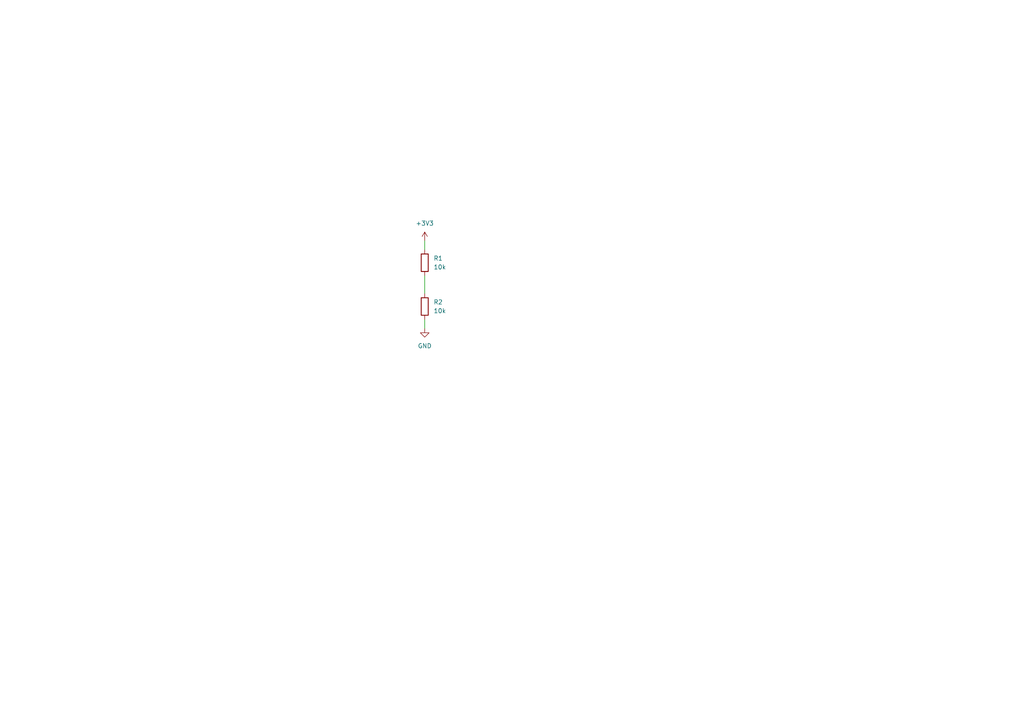
<source format=kicad_sch>
(kicad_sch (version 20230121) (generator eeschema)
  (paper "A4")
  (lib_symbols
    (symbol "Device:R" (pin_numbers hide) (pin_names (offset 0))
      (property "Reference" "R" (at 2.032 0 90))
      (property "Value" "R" (at 0 0 90))
      (symbol "R_0_1"
        (rectangle (start -1.016 -2.54) (end 1.016 2.54) (stroke (width 0.254)))
      )
      (symbol "R_1_1"
        (pin passive line (at 0 3.81 270) (length 1.27) (name "~") (number "1"))
        (pin passive line (at 0 -3.81 90) (length 1.27) (name "~") (number "2"))
      )
    )
    (symbol "power:+3V3" (power) (pin_names (offset 0))
      (property "Value" "+3V3" (at 0 3.556 0))
      (symbol "+3V3_0_1"
        (polyline (pts (xy -0.762 1.27) (xy 0 2.54)))
        (polyline (pts (xy 0 0) (xy 0 2.54)))
        (polyline (pts (xy 0 2.54) (xy 0.762 1.27)))
      )
      (symbol "+3V3_1_1"
        (pin power_in line (at 0 0 90) (length 0) hide (name "+3V3") (number "1"))
      )
    )
    (symbol "power:GND" (power) (pin_names (offset 0))
      (property "Value" "GND" (at 0 -3.81 0))
      (symbol "GND_0_1"
        (polyline (pts (xy 0 0) (xy 0 -1.27) (xy 1.27 -1.27) (xy 0 -2.54) (xy -1.27 -1.27) (xy 0 -1.27)))
      )
      (symbol "GND_1_1"
        (pin power_in line (at 0 0 270) (length 0) hide (name "GND") (number "1"))
      )
    )
  )
  (wire (pts (xy 123.19 69.85) (xy 123.19 72.39)))
  (wire (pts (xy 123.19 92.71) (xy 123.19 95.25)))
  (wire (pts (xy 123.19 80.01) (xy 123.19 85.09)))
  (symbol (lib_id "Device:R") (at 123.19 88.9 0) (unit 1)
    (property "Reference" "R2" (at 125.73 87.63 0) (effects (justify left)))
    (property "Value" "10k" (at 125.73 90.17 0) (effects (justify left)))
    (property "Footprint" "Resistor_SMD:R_0603_1608Metric" (effects hide))
  )
  (symbol (lib_id "power:+3V3") (at 123.19 69.85 0) (unit 1)
    (property "Reference" "#PWR03" (effects hide))
    (property "Value" "+3V3" (at 123.19 64.77 0))
  )
  (symbol (lib_id "power:GND") (at 123.19 95.25 0) (unit 1)
    (property "Reference" "#PWR04" (effects hide))
    (property "Value" "GND" (at 123.19 100.33 0))
  )
  (symbol (lib_id "Device:R") (at 123.19 76.2 0) (unit 1)
    (property "Reference" "R1" (at 125.73 74.93 0) (effects (justify left)))
    (property "Value" "10k" (at 125.73 77.47 0) (effects (justify left)))
    (property "Footprint" "Resistor_SMD:R_0603_1608Metric" (effects hide))
  )
)
</source>
